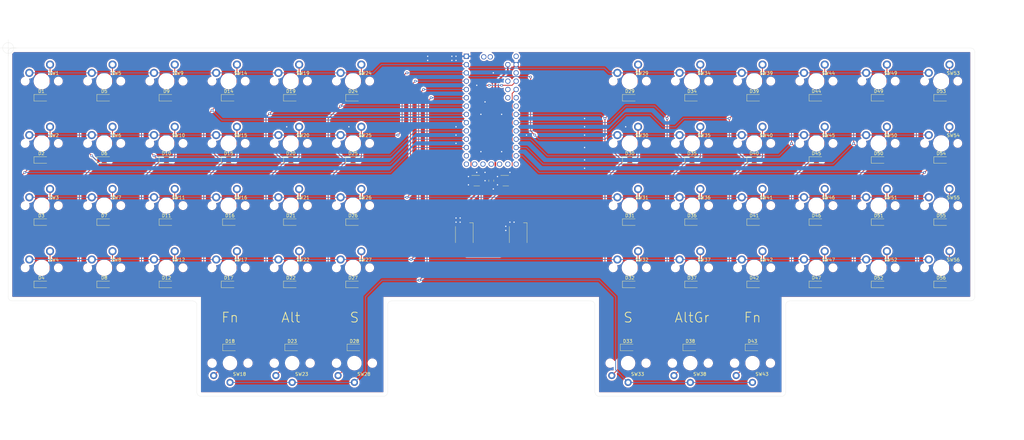
<source format=kicad_pcb>
(kicad_pcb (version 20211014) (generator pcbnew)

  (general
    (thickness 1.6)
  )

  (paper "A3")
  (layers
    (0 "F.Cu" signal)
    (1 "In1.Cu" power)
    (2 "In2.Cu" power)
    (31 "B.Cu" signal)
    (32 "B.Adhes" user "B.Adhesive")
    (33 "F.Adhes" user "F.Adhesive")
    (34 "B.Paste" user)
    (35 "F.Paste" user)
    (36 "B.SilkS" user "B.Silkscreen")
    (37 "F.SilkS" user "F.Silkscreen")
    (38 "B.Mask" user)
    (39 "F.Mask" user)
    (40 "Dwgs.User" user "User.Drawings")
    (41 "Cmts.User" user "User.Comments")
    (42 "Eco1.User" user "User.Eco1")
    (43 "Eco2.User" user "User.Eco2")
    (44 "Edge.Cuts" user)
    (45 "Margin" user)
    (46 "B.CrtYd" user "B.Courtyard")
    (47 "F.CrtYd" user "F.Courtyard")
    (48 "B.Fab" user)
    (49 "F.Fab" user)
  )

  (setup
    (stackup
      (layer "F.SilkS" (type "Top Silk Screen"))
      (layer "F.Paste" (type "Top Solder Paste"))
      (layer "F.Mask" (type "Top Solder Mask") (thickness 0.01))
      (layer "F.Cu" (type "copper") (thickness 0.035))
      (layer "dielectric 1" (type "core") (thickness 0.48) (material "FR4") (epsilon_r 4.5) (loss_tangent 0.02))
      (layer "In1.Cu" (type "copper") (thickness 0.035))
      (layer "dielectric 2" (type "prepreg") (thickness 0.48) (material "FR4") (epsilon_r 4.5) (loss_tangent 0.02))
      (layer "In2.Cu" (type "copper") (thickness 0.035))
      (layer "dielectric 3" (type "core") (thickness 0.48) (material "FR4") (epsilon_r 4.5) (loss_tangent 0.02))
      (layer "B.Cu" (type "copper") (thickness 0.035))
      (layer "B.Mask" (type "Bottom Solder Mask") (thickness 0.01))
      (layer "B.Paste" (type "Bottom Solder Paste"))
      (layer "B.SilkS" (type "Bottom Silk Screen"))
      (copper_finish "None")
      (dielectric_constraints no)
    )
    (pad_to_mask_clearance 0.051)
    (solder_mask_min_width 0.25)
    (aux_axis_origin 62.23 88.9)
    (grid_origin 62.23 88.9)
    (pcbplotparams
      (layerselection 0x00010fc_ffffffff)
      (disableapertmacros false)
      (usegerberextensions false)
      (usegerberattributes false)
      (usegerberadvancedattributes false)
      (creategerberjobfile false)
      (svguseinch false)
      (svgprecision 6)
      (excludeedgelayer true)
      (plotframeref false)
      (viasonmask false)
      (mode 1)
      (useauxorigin false)
      (hpglpennumber 1)
      (hpglpenspeed 20)
      (hpglpendiameter 15.000000)
      (dxfpolygonmode true)
      (dxfimperialunits true)
      (dxfusepcbnewfont true)
      (psnegative false)
      (psa4output false)
      (plotreference true)
      (plotvalue true)
      (plotinvisibletext false)
      (sketchpadsonfab false)
      (subtractmaskfromsilk false)
      (outputformat 1)
      (mirror false)
      (drillshape 0)
      (scaleselection 1)
      (outputdirectory "gerber/")
    )
  )

  (net 0 "")
  (net 1 "+5V")
  (net 2 "Net-(D1-Pad2)")
  (net 3 "Net-(D2-Pad2)")
  (net 4 "Net-(D3-Pad2)")
  (net 5 "Net-(D4-Pad2)")
  (net 6 "/Col_A")
  (net 7 "Net-(D5-Pad2)")
  (net 8 "Net-(D6-Pad2)")
  (net 9 "Net-(D7-Pad2)")
  (net 10 "Net-(D8-Pad2)")
  (net 11 "/Col_B")
  (net 12 "Net-(D9-Pad2)")
  (net 13 "Net-(D10-Pad2)")
  (net 14 "Net-(D11-Pad2)")
  (net 15 "Net-(D12-Pad2)")
  (net 16 "unconnected-(D58-Pad5)")
  (net 17 "/Col_C")
  (net 18 "Net-(D14-Pad2)")
  (net 19 "Net-(D15-Pad2)")
  (net 20 "Net-(D16-Pad2)")
  (net 21 "Net-(D17-Pad2)")
  (net 22 "Net-(D18-Pad2)")
  (net 23 "/Col_D")
  (net 24 "Net-(D19-Pad2)")
  (net 25 "Net-(D20-Pad2)")
  (net 26 "Net-(D21-Pad2)")
  (net 27 "Net-(D22-Pad2)")
  (net 28 "Net-(D23-Pad2)")
  (net 29 "/Col_E")
  (net 30 "Net-(D24-Pad2)")
  (net 31 "Net-(D25-Pad2)")
  (net 32 "Net-(D26-Pad2)")
  (net 33 "Net-(D27-Pad2)")
  (net 34 "Net-(D28-Pad2)")
  (net 35 "/Col_F")
  (net 36 "Net-(D29-Pad2)")
  (net 37 "Net-(D30-Pad2)")
  (net 38 "Net-(D31-Pad2)")
  (net 39 "Net-(D32-Pad2)")
  (net 40 "Net-(D33-Pad2)")
  (net 41 "/Col_G")
  (net 42 "Net-(D34-Pad2)")
  (net 43 "Net-(D35-Pad2)")
  (net 44 "Net-(D36-Pad2)")
  (net 45 "Net-(D37-Pad2)")
  (net 46 "Net-(D38-Pad2)")
  (net 47 "/Col_H")
  (net 48 "Net-(D39-Pad2)")
  (net 49 "Net-(D40-Pad2)")
  (net 50 "Net-(D41-Pad2)")
  (net 51 "Net-(D42-Pad2)")
  (net 52 "Net-(D43-Pad2)")
  (net 53 "/Col_I")
  (net 54 "Net-(D44-Pad2)")
  (net 55 "Net-(D45-Pad2)")
  (net 56 "Net-(D46-Pad2)")
  (net 57 "Net-(D47-Pad2)")
  (net 58 "unconnected-(D58-Pad6)")
  (net 59 "/Col_J")
  (net 60 "Net-(D49-Pad2)")
  (net 61 "Net-(D50-Pad2)")
  (net 62 "Net-(D51-Pad2)")
  (net 63 "Net-(D52-Pad2)")
  (net 64 "/Col_K")
  (net 65 "Net-(D53-Pad2)")
  (net 66 "Net-(D54-Pad2)")
  (net 67 "Net-(D55-Pad2)")
  (net 68 "Net-(D56-Pad2)")
  (net 69 "/Col_L")
  (net 70 "Net-(D57-Pad1)")
  (net 71 "Net-(D57-Pad2)")
  (net 72 "Net-(D57-Pad5)")
  (net 73 "Net-(D57-Pad6)")
  (net 74 "unconnected-(U1-Pad13)")
  (net 75 "unconnected-(U1-Pad14)")
  (net 76 "GND")
  (net 77 "unconnected-(U1-Pad17)")
  (net 78 "unconnected-(U1-Pad18)")
  (net 79 "unconnected-(U1-Pad19)")
  (net 80 "unconnected-(U1-Pad20)")
  (net 81 "unconnected-(U1-Pad16)")
  (net 82 "unconnected-(U1-Pad15)")
  (net 83 "unconnected-(U1-Pad27)")
  (net 84 "unconnected-(U1-Pad28)")
  (net 85 "unconnected-(U1-Pad31)")
  (net 86 "unconnected-(U1-Pad33)")
  (net 87 "unconnected-(U1-Pad35)")
  (net 88 "unconnected-(U1-Pad36)")
  (net 89 "unconnected-(U1-Pad37)")
  (net 90 "unconnected-(U1-Pad40)")
  (net 91 "unconnected-(U1-Pad39)")
  (net 92 "/Row_1")
  (net 93 "/Row_2")
  (net 94 "/Row_3")
  (net 95 "/Row_4")
  (net 96 "/Row_5")
  (net 97 "/Dotstar_DATA")
  (net 98 "/Dotstar_CLOCK")

  (footprint "Switch_Keyboard_Cherry_MX:SW_Cherry_MX_PCB_1.00u" (layer "F.Cu") (at 347.98 137.16))

  (footprint "Diode_SMD:D_SOD-123" (layer "F.Cu") (at 252.617081 142.24))

  (footprint "Switch_Keyboard_Cherry_MX:SW_Cherry_MX_PCB_1.00u" (layer "F.Cu") (at 91.65318 156.21))

  (footprint "teensy:Teensy_LC" (layer "F.Cu") (at 210.185 107.95 -90))

  (footprint "Diode_SMD:D_SOD-123" (layer "F.Cu") (at 91.65318 123.19))

  (footprint "Switch_Keyboard_Cherry_MX:SW_Cherry_MX_PCB_1.00u" (layer "F.Cu") (at 148.80318 99.06))

  (footprint "Switch_Keyboard_Cherry_MX:SW_Cherry_MX_PCB_1.00u" (layer "F.Cu") (at 91.65318 137.16))

  (footprint "Switch_Keyboard_Cherry_MX:SW_Cherry_MX_PCB_1.00u" (layer "F.Cu") (at 252.617081 99.06))

  (footprint "Diode_SMD:D_SOD-123" (layer "F.Cu") (at 252.617081 123.19))

  (footprint "Diode_SMD:D_SOD-123" (layer "F.Cu") (at 271.667081 161.29))

  (footprint "Diode_SMD:D_SOD-123" (layer "F.Cu") (at 167.85318 104.14))

  (footprint "Diode_SMD:D_SOD-123" (layer "F.Cu") (at 148.80318 104.14))

  (footprint "Switch_Keyboard_Cherry_MX:SW_Cherry_MX_PCB_1.00u" (layer "F.Cu") (at 252.617081 118.11))

  (footprint "Switch_Keyboard_Cherry_MX:SW_Cherry_MX_PCB_1.00u" (layer "F.Cu") (at 148.80318 118.11))

  (footprint "Switch_Keyboard_Cherry_MX:SW_Cherry_MX_PCB_1.00u" (layer "F.Cu") (at 72.517 118.11))

  (footprint "Diode_SMD:D_SOD-123" (layer "F.Cu") (at 110.70318 123.19))

  (footprint "Diode_SMD:D_SOD-123" (layer "F.Cu") (at 290.195 180.594))

  (footprint "Switch_Keyboard_Cherry_MX:SW_Cherry_MX_PCB_1.00u" (layer "F.Cu") (at 110.70318 137.16))

  (footprint "Switch_Keyboard_Cherry_MX:SW_Cherry_MX_PCB_1.00u" (layer "F.Cu") (at 347.98 118.11))

  (footprint "Switch_Keyboard_Cherry_MX:SW_Cherry_MX_PCB_1.00u" (layer "F.Cu") (at 129.75318 118.11))

  (footprint "Switch_Keyboard_Cherry_MX:SW_Cherry_MX_PCB_1.00u" (layer "F.Cu") (at 252.617081 137.16))

  (footprint "Diode_SMD:D_SOD-123" (layer "F.Cu") (at 328.817081 104.14))

  (footprint "Switch_Keyboard_Cherry_MX:SW_Cherry_MX_PCB_1.00u" (layer "F.Cu") (at 167.85318 99.06))

  (footprint "Diode_SMD:D_SOD-123" (layer "F.Cu") (at 72.39 123.19))

  (footprint "Diode_SMD:D_SOD-123" (layer "F.Cu") (at 271.145 180.594))

  (footprint "Diode_SMD:D_SOD-123" (layer "F.Cu") (at 129.75318 161.29))

  (footprint "Switch_Keyboard_Cherry_MX:SW_Cherry_MX_PCB_1.00u" (layer "F.Cu") (at 167.85318 118.11))

  (footprint "Switch_Keyboard_Cherry_MX:SW_Cherry_MX_PCB_1.00u" (layer "F.Cu") (at 328.817081 118.11))

  (footprint "Diode_SMD:D_SOD-123" (layer "F.Cu") (at 91.65318 104.14))

  (footprint "Switch_Keyboard_Kailh:SW_Kailh_Choc_V1_1.00u" (layer "F.Cu") (at 290.195 185.42 180))

  (footprint "Capacitor_SMD:C_0805_2012Metric_Pad1.18x1.45mm_HandSolder" (layer "F.Cu") (at 210.185 129.54 -90))

  (footprint "Diode_SMD:D_SOD-123" (layer "F.Cu") (at 130.13318 142.24))

  (footprint "LED_SMD:LED_RGB_5050-6" (layer "F.Cu") (at 201.93 146.05 -90))

  (footprint "Switch_Keyboard_Cherry_MX:SW_Cherry_MX_PCB_1.00u" (layer "F.Cu") (at 290.717081 137.16))

  (footprint "Switch_Keyboard_Cherry_MX:SW_Cherry_MX_PCB_1.00u" (layer "F.Cu") (at 290.717081 118.11))

  (footprint "Diode_SMD:D_SOD-123" (layer "F.Cu") (at 130.175 180.594))

  (footprint "Switch_Keyboard_Cherry_MX:SW_Cherry_MX_PCB_1.00u" (layer "F.Cu") (at 347.98 99.06))

  (footprint "Diode_SMD:D_SOD-123" (layer "F.Cu") (at 309.767081 161.29))

  (footprint "Switch_Keyboard_Cherry_MX:SW_Cherry_MX_PCB_1.00u" (layer "F.Cu") (at 91.65318 99.06))

  (footprint "Switch_Keyboard_Cherry_MX:SW_Cherry_MX_PCB_1.00u" (layer "F.Cu") (at 110.70318 118.11))

  (footprint "Diode_SMD:D_SOD-123" (layer "F.Cu") (at 252.617081 161.29))

  (footprint "Diode_SMD:D_SOD-123" (layer "F.Cu") (at 271.667081 142.24))

  (footprint "Diode_SMD:D_SOD-123" (layer "F.Cu") (at 167.85318 142.24))

  (footprint "Diode_SMD:D_SOD-123" (layer "F.Cu") (at 91.65318 161.29))

  (footprint "Switch_Keyboard_Cherry_MX:SW_Cherry_MX_PCB_1.00u" (layer "F.Cu") (at 271.667081 99.06))

  (footprint "Diode_SMD:D_SOD-123" (layer "F.Cu") (at 347.98 161.29))

  (footprint "Diode_SMD:D_SOD-123" (layer "F.Cu") (at 168.275 180.594))

  (footprint "Diode_SMD:D_SOD-123" (layer "F.Cu") (at 72.39 104.14))

  (footprint "Switch_Keyboard_Cherry_MX:SW_Cherry_MX_PCB_1.00u" (layer "F.Cu")
    (tedit 0) (tstamp 6d3e34a0-ec12-43d
... [2958779 chars truncated]
</source>
